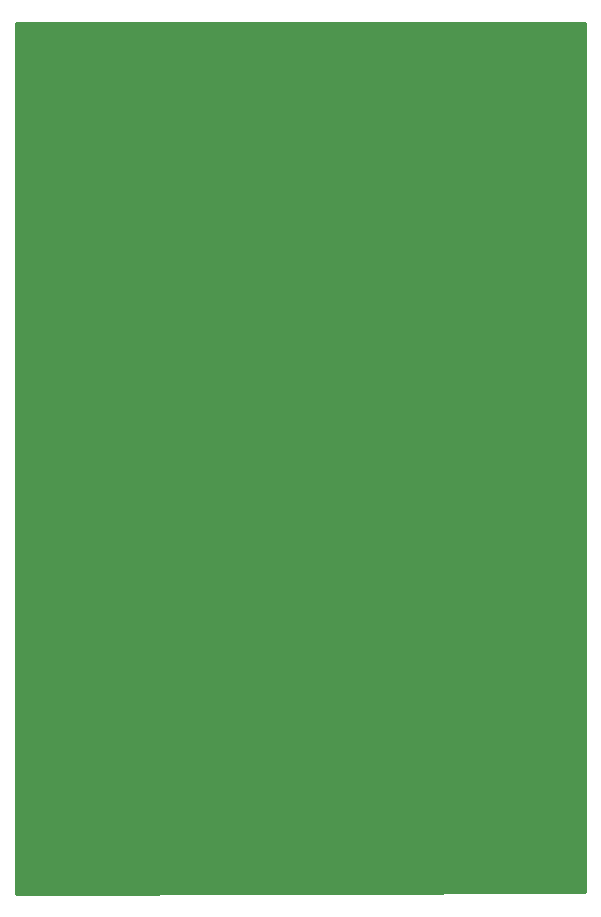
<source format=gbr>
G04 #@! TF.GenerationSoftware,KiCad,Pcbnew,(5.0.0)*
G04 #@! TF.CreationDate,2020-04-25T19:52:07+02:00*
G04 #@! TF.ProjectId,ButtonBoard,427574746F6E426F6172642E6B696361,rev?*
G04 #@! TF.SameCoordinates,Original*
G04 #@! TF.FileFunction,Copper,L1,Top,Signal*
G04 #@! TF.FilePolarity,Positive*
%FSLAX46Y46*%
G04 Gerber Fmt 4.6, Leading zero omitted, Abs format (unit mm)*
G04 Created by KiCad (PCBNEW (5.0.0)) date 04/25/20 19:52:07*
%MOMM*%
%LPD*%
G01*
G04 APERTURE LIST*
G04 #@! TA.AperFunction,ViaPad*
%ADD10C,0.800000*%
G04 #@! TD*
G04 #@! TA.AperFunction,Conductor*
%ADD11C,0.254000*%
G04 #@! TD*
G04 APERTURE END LIST*
D10*
G04 #@! TO.N,PAD*
X80479900Y-107442000D03*
G04 #@! TD*
D11*
G04 #@! TO.N,PAD*
G36*
X126315001Y-135726268D02*
X78130466Y-135826236D01*
X78168435Y-62128400D01*
X126315000Y-62128400D01*
X126315001Y-135726268D01*
X126315001Y-135726268D01*
G37*
X126315001Y-135726268D02*
X78130466Y-135826236D01*
X78168435Y-62128400D01*
X126315000Y-62128400D01*
X126315001Y-135726268D01*
G04 #@! TD*
M02*

</source>
